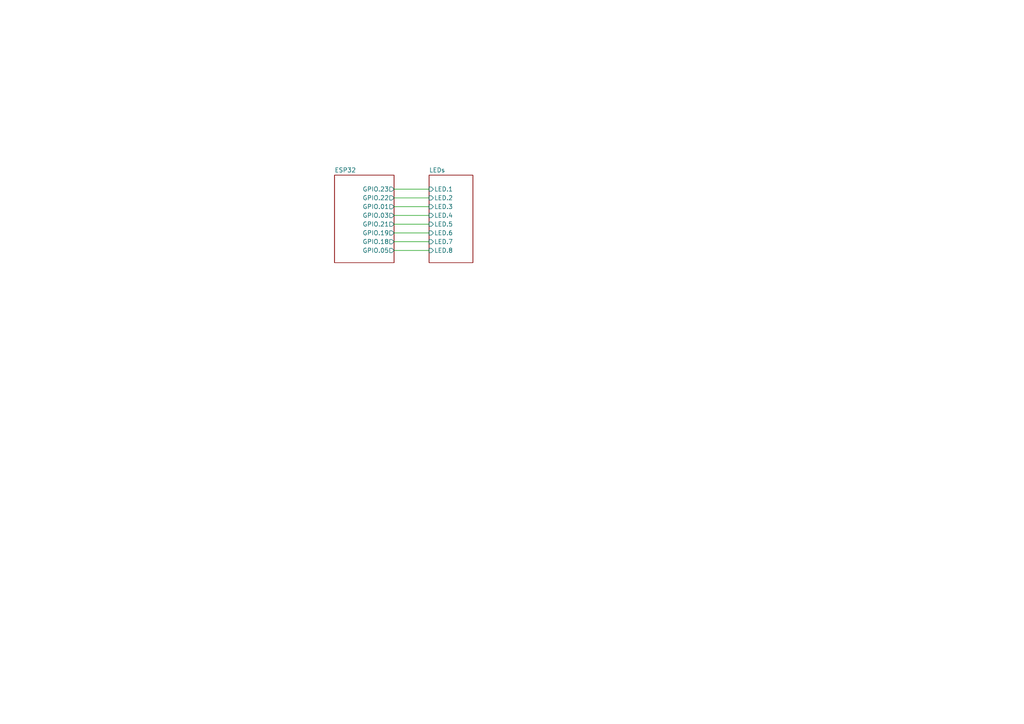
<source format=kicad_sch>
(kicad_sch (version 20220622) (generator eeschema)
  (paper "A4")
  (lib_symbols)
  (wire (pts (xy 114.3 59.944) (xy 124.46 59.944)))
  (wire (pts (xy 114.3 65.024) (xy 124.46 65.024)))
  (wire (pts (xy 114.3 62.484) (xy 124.46 62.484)))
  (wire (pts (xy 114.3 57.404) (xy 124.46 57.404)))
  (wire (pts (xy 114.3 54.864) (xy 124.46 54.864)))
  (wire (pts (xy 114.3 67.564) (xy 124.46 67.564)))
  (wire (pts (xy 114.3 72.644) (xy 124.46 72.644)))
  (wire (pts (xy 114.3 70.104) (xy 124.46 70.104)))
  (sheet (at 97.028 50.8) (size 17.272 25.4) (stroke (width 0.1524))
    (property "Sheetname" "ESP32" (at 97.028 50.0884 0) (effects (justify left bottom)))
    (property "Sheetfile" "ESP32.kicad_sch" (effects hide))
    (pin "GPIO.23" output (at 114.3 54.864 0))
    (pin "GPIO.01" output (at 114.3 59.944 0))
    (pin "GPIO.22" output (at 114.3 57.404 0))
    (pin "GPIO.18" output (at 114.3 70.104 0))
    (pin "GPIO.03" output (at 114.3 62.484 0))
    (pin "GPIO.19" output (at 114.3 67.564 0))
    (pin "GPIO.21" output (at 114.3 65.024 0))
    (pin "GPIO.05" output (at 114.3 72.644 0))
  )
  (sheet (at 124.46 50.8) (size 12.7 25.4) (stroke (width 0.1524))
    (property "Sheetname" "LEDs" (at 124.46 50.0884 0) (effects (justify left bottom)))
    (property "Sheetfile" "LEDs.kicad_sch" (effects hide))
    (pin "LED.1" input (at 124.46 54.864 180))
    (pin "LED.2" input (at 124.46 57.404 180))
    (pin "LED.3" input (at 124.46 59.944 180))
    (pin "LED.4" input (at 124.46 62.484 180))
    (pin "LED.5" input (at 124.46 65.024 180))
    (pin "LED.6" input (at 124.46 67.564 180))
    (pin "LED.7" input (at 124.46 70.104 180))
    (pin "LED.8" input (at 124.46 72.644 180))
  )
)
</source>
